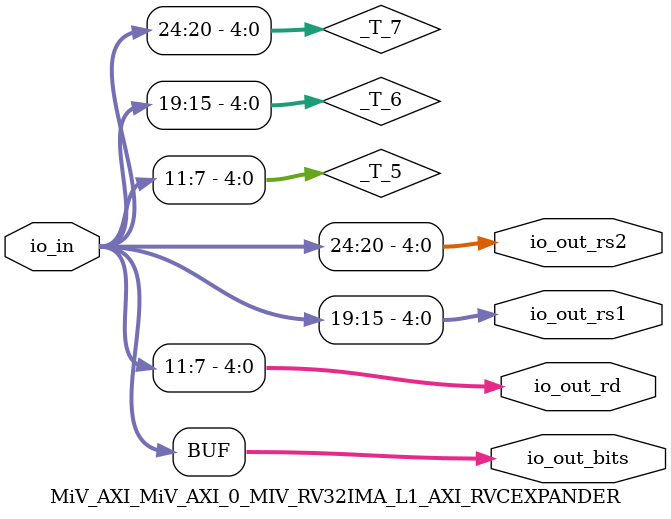
<source format=v>
`ifndef RANDOMIZE_REG_INIT 
	 `define RANDOMIZE_REG_INIT 
 `endif
`ifndef RANDOMIZE_MEM_INIT 
	 `define RANDOMIZE_MEM_INIT 
 `endif
`ifndef RANDOMIZE 
	 `define RANDOMIZE 
`endif

`timescale 1ns/10ps
module MiV_AXI_MiV_AXI_0_MIV_RV32IMA_L1_AXI_RVCEXPANDER( // @[:freechips.rocketchip.system.MivRV32ImaL1AhbConfig.fir@107660.2]
  input  [31:0] io_in, // @[:freechips.rocketchip.system.MivRV32ImaL1AhbConfig.fir@107663.4]
  output [31:0] io_out_bits, // @[:freechips.rocketchip.system.MivRV32ImaL1AhbConfig.fir@107663.4]
  output [4:0]  io_out_rd, // @[:freechips.rocketchip.system.MivRV32ImaL1AhbConfig.fir@107663.4]
  output [4:0]  io_out_rs1, // @[:freechips.rocketchip.system.MivRV32ImaL1AhbConfig.fir@107663.4]
  output [4:0]  io_out_rs2 // @[:freechips.rocketchip.system.MivRV32ImaL1AhbConfig.fir@107663.4]
);
  wire [4:0] _T_5; // @[RVC.scala 20:36:freechips.rocketchip.system.MivRV32ImaL1AhbConfig.fir@107669.4]
  wire [4:0] _T_6; // @[RVC.scala 20:57:freechips.rocketchip.system.MivRV32ImaL1AhbConfig.fir@107670.4]
  wire [4:0] _T_7; // @[RVC.scala 20:79:freechips.rocketchip.system.MivRV32ImaL1AhbConfig.fir@107671.4]
  assign _T_5 = io_in[11:7]; // @[RVC.scala 20:36:freechips.rocketchip.system.MivRV32ImaL1AhbConfig.fir@107669.4]
  assign _T_6 = io_in[19:15]; // @[RVC.scala 20:57:freechips.rocketchip.system.MivRV32ImaL1AhbConfig.fir@107670.4]
  assign _T_7 = io_in[24:20]; // @[RVC.scala 20:79:freechips.rocketchip.system.MivRV32ImaL1AhbConfig.fir@107671.4]
  assign io_out_bits = io_in;
  assign io_out_rd = _T_5;
  assign io_out_rs1 = _T_6;
  assign io_out_rs2 = _T_7;
endmodule

</source>
